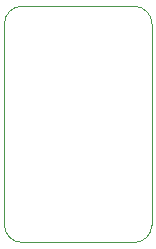
<source format=gbr>
G04 #@! TF.GenerationSoftware,KiCad,Pcbnew,(5.0.1)-4*
G04 #@! TF.CreationDate,2021-03-19T14:51:32+02:00*
G04 #@! TF.ProjectId,Jekabs_ilja_Sumo_Test_Sensor_board,4A656B6162735F696C6A615F53756D6F,rev?*
G04 #@! TF.SameCoordinates,Original*
G04 #@! TF.FileFunction,Profile,NP*
%FSLAX46Y46*%
G04 Gerber Fmt 4.6, Leading zero omitted, Abs format (unit mm)*
G04 Created by KiCad (PCBNEW (5.0.1)-4) date 2021.03.19. 14:51:32*
%MOMM*%
%LPD*%
G01*
G04 APERTURE LIST*
%ADD10C,0.100000*%
G04 APERTURE END LIST*
D10*
X134000000Y-91000000D02*
G75*
G02X132500000Y-92500000I-1500000J0D01*
G01*
X121500000Y-74000000D02*
X121500000Y-91000000D01*
X123000000Y-92500000D02*
X132500000Y-92500000D01*
X134000000Y-91000000D02*
X134000000Y-74000000D01*
X132500000Y-72500000D02*
G75*
G02X134000000Y-74000000I0J-1500000D01*
G01*
X132500000Y-72500000D02*
X123000000Y-72500000D01*
X121500000Y-74000000D02*
G75*
G02X123000000Y-72500000I1500000J0D01*
G01*
X123000000Y-92500000D02*
G75*
G02X121500000Y-91000000I0J1500000D01*
G01*
M02*

</source>
